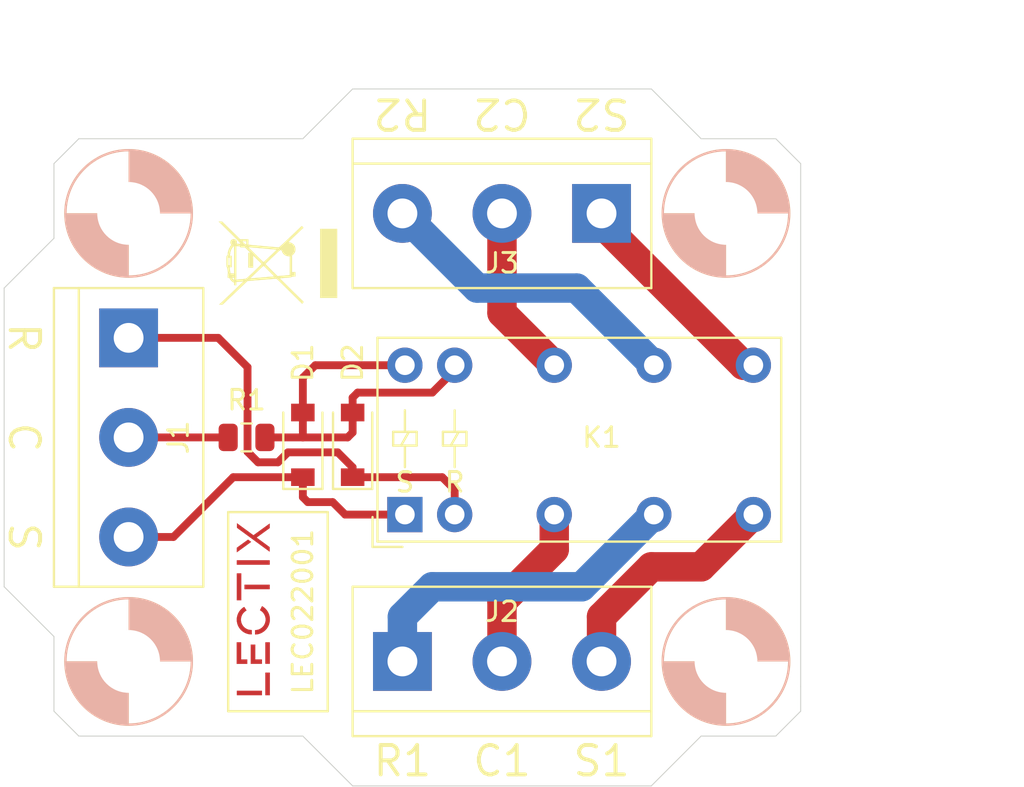
<source format=kicad_pcb>
(kicad_pcb (version 20211014) (generator pcbnew)
  (layers (0 "F.Cu" signal) (31 "B.Cu" signal) (34 "B.Paste" user) (35 "F.Paste" user) (36 "B.SilkS" user "B.Silkscreen") (37 "F.SilkS" user "F.Silkscreen") (38 "B.Mask" user) (39 "F.Mask" user) (44 "Edge.Cuts" user))
  (net 0 "")
  (net 1 "Net-(D1-Pad2)")
  (net 2 "/S")
  (net 3 "/R")
  (net 4 "/C")
  (net 5 "/S1")
  (net 6 "/C1")
  (net 7 "/R1")
  (net 8 "/S2")
  (net 9 "/C2")
  (net 10 "/R2")
  (footprint "Diode_SMD:D_SOD-123" (layer "F.Cu") (at 99.06 82.93 90)
    (fp_text reference "D1" (at 4.19 0 90) (layer "F.SilkS"))
    (fp_text value "1N4148W")
    (fp_line (start -2.25 1) (end 1.65 1) (layer "F.SilkS") (width 0.12))
    (fp_line (start -2.25 -1) (end -2.25 1) (layer "F.SilkS") (width 0.12))
    (fp_line (start -2.25 -1) (end 1.65 -1) (layer "F.SilkS") (width 0.12))
    (pad "1" smd rect locked (at -1.65 0 90) (size 0.9 1.2) (layers "F.Cu" "F.Paste" "F.Mask") (net 2 "/S"))
    (pad "2" smd rect locked (at 1.65 0 90) (size 0.9 1.2) (layers "F.Cu" "F.Paste" "F.Mask") (net 1 "Net-(D1-Pad2)"))
  )
  (footprint "Diode_SMD:D_SOD-123" (layer "F.Cu") (at 101.6 82.93 90)
    (fp_text reference "D2" (at 4.19 0 90) (layer "F.SilkS"))
    (fp_text value "1N4148W")
    (fp_line (start -2.25 1) (end 1.65 1) (layer "F.SilkS") (width 0.12))
    (fp_line (start -2.25 -1) (end 1.65 -1) (layer "F.SilkS") (width 0.12))
    (fp_line (start -2.25 -1) (end -2.25 1) (layer "F.SilkS") (width 0.12))
    (pad "1" smd rect locked (at -1.65 0 90) (size 0.9 1.2) (layers "F.Cu" "F.Paste" "F.Mask") (net 3 "/R"))
    (pad "2" smd rect locked (at 1.65 0 90) (size 0.9 1.2) (layers "F.Cu" "F.Paste" "F.Mask") (net 1 "Net-(D1-Pad2)"))
  )
  (footprint "0_connectors:TerminalBlock_bornier-3_P5.08mm-blue" (layer "F.Cu") (at 109.22 93.98)
    (fp_text reference "J2" (at 0 -2.54) (layer "F.SilkS"))
    (fp_text value "Screw_Terminal_01x03_blue")
    (fp_line (start -7.62 3.81) (end -7.62 -3.81) (layer "F.SilkS") (width 0.12))
    (fp_line (start -7.62 -3.81) (end 7.62 -3.81) (layer "F.SilkS") (width 0.12))
    (fp_line (start 7.62 3.81) (end 7.62 -3.81) (layer "F.SilkS") (width 0.12))
    (fp_line (start -7.62 3.81) (end 7.62 3.81) (layer "F.SilkS") (width 0.12))
    (fp_line (start -7.62 2.54) (end 7.62 2.54) (layer "F.SilkS") (width 0.12))
    (pad "1" thru_hole rect locked (at -5.08 0) (size 3 3) (drill 1.52) (layers *.Cu *.Mask) (net 7 "/R1"))
    (pad "2" thru_hole circle locked (at 0 0) (size 3 3) (drill 1.52) (layers *.Cu *.Mask) (net 6 "/C1"))
    (pad "3" thru_hole circle locked (at 5.08 0) (size 3 3) (drill 1.52) (layers *.Cu *.Mask) (net 5 "/S1"))
  )
  (footprint "0_connectors:TerminalBlock_bornier-3_P5.08mm-blue" (layer "F.Cu") (at 109.22 71.12 180)
    (fp_text reference "J3" (at 0 -2.54) (layer "F.SilkS"))
    (fp_text value "Screw_Terminal_01x03_blue")
    (fp_line (start -7.62 2.54) (end 7.62 2.54) (layer "F.SilkS") (width 0.12))
    (fp_line (start -7.62 3.81) (end 7.62 3.81) (layer "F.SilkS") (width 0.12))
    (fp_line (start -7.62 -3.81) (end 7.62 -3.81) (layer "F.SilkS") (width 0.12))
    (fp_line (start 7.62 3.81) (end 7.62 -3.81) (layer "F.SilkS") (width 0.12))
    (fp_line (start -7.62 3.81) (end -7.62 -3.81) (layer "F.SilkS") (width 0.12))
    (pad "1" thru_hole rect locked (at -5.08 0 180) (size 3 3) (drill 1.52) (layers *.Cu *.Mask) (net 8 "/S2"))
    (pad "2" thru_hole circle locked (at 0 0 180) (size 3 3) (drill 1.52) (layers *.Cu *.Mask) (net 9 "/C2"))
    (pad "3" thru_hole circle locked (at 5.08 0 180) (size 3 3) (drill 1.52) (layers *.Cu *.Mask) (net 10 "/R2"))
  )
  (footprint "0_relays:Relay_DPDT_HFD2-xxx-M-L2" (layer "F.Cu") (at 113.03 82.55)
    (fp_text reference "K1" (at 1.27 0) (layer "F.SilkS"))
    (fp_text value "HFD2-012-M-L2")
    (fp_text user "R" (at -6.223 2.286) (layer "F.SilkS"))
    (fp_text user "S" (at -8.763 2.286) (layer "F.SilkS"))
    (fp_line (start -8.763 -0.283) (end -8.763 -1.383) (layer "F.SilkS") (width 0.12))
    (fp_line (start -10.414 4.064) (end -10.414 5.588) (layer "F.SilkS") (width 0.12))
    (fp_line (start -6.223 0.417) (end -6.223 1.517) (layer "F.SilkS") (width 0.12))
    (fp_line (start -8.163 -0.283) (end -8.163 0.417) (layer "F.SilkS") (width 0.12))
    (fp_line (start -5.623 -0.283) (end -5.623 0.417) (layer "F.SilkS") (width 0.12))
    (fp_line (start -9.363 0.417) (end -9.363 -0.283) (layer "F.SilkS") (width 0.12))
    (fp_line (start -5.623 0.417) (end -6.823 0.417) (layer "F.SilkS") (width 0.12))
    (fp_line (start -6.823 -0.283) (end -5.623 -0.283) (layer "F.SilkS") (width 0.12))
    (fp_line (start -10.163 5.317) (end 10.437 5.317) (layer "F.SilkS") (width 0.12))
    (fp_line (start -6.823 0.417) (end -6.823 -0.283) (layer "F.SilkS") (width 0.12))
    (fp_line (start -9.363 -0.283) (end -8.163 -0.283) (layer "F.SilkS") (width 0.12))
    (fp_line (start -8.563 -0.283) (end -8.963 0.417) (layer "F.SilkS") (width 0.12))
    (fp_line (start -8.763 0.417) (end -8.763 1.517) (layer "F.SilkS") (width 0.12))
    (fp_line (start -6.223 -0.283) (end -6.223 -1.383) (layer "F.SilkS") (width 0.12))
    (fp_line (start -10.414 5.588) (end -8.89 5.588) (layer "F.SilkS") (width 0.12))
    (fp_line (start -10.163 -5.083) (end -10.163 5.317) (layer "F.SilkS") (width 0.12))
    (fp_line (start -6.023 -0.283) (end -6.423 0.417) (layer "F.SilkS") (width 0.12))
    (fp_line (start 10.437 5.317) (end 10.437 -5.083) (layer "F.SilkS") (width 0.12))
    (fp_line (start -8.163 0.417) (end -9.363 0.417) (layer "F.SilkS") (width 0.12))
    (fp_line (start 10.437 -5.083) (end -10.163 -5.083) (layer "F.SilkS") (width 0.12))
    (pad "1" thru_hole rect locked (at -8.763 3.937 90) (size 1.8 1.8) (drill 1) (layers *.Cu *.Mask) (net 2 "/S"))
    (pad "2" thru_hole circle locked (at -6.223 3.937 180) (size 1.8 1.8) (drill 1) (layers *.Cu *.Mask) (net 3 "/R"))
    (pad "4" thru_hole circle locked (at -1.143 3.937 90) (size 1.8 1.8) (drill 1) (layers *.Cu *.Mask) (net 6 "/C1"))
    (pad "6" thru_hole circle locked (at 3.937 3.937 90) (size 1.8 1.8) (drill 1) (layers *.Cu *.Mask) (net 7 "/R1"))
    (pad "8" thru_hole circle locked (at 9.017 3.937) (size 1.8 1.8) (drill 1) (layers *.Cu *.Mask) (net 5 "/S1"))
    (pad "9" thru_hole circle locked (at 9.017 -3.683 90) (size 1.8 1.8) (drill 1) (layers *.Cu *.Mask) (net 8 "/S2"))
    (pad "11" thru_hole circle locked (at 3.937 -3.683 90) (size 1.8 1.8) (drill 1) (layers *.Cu *.Mask) (net 10 "/R2"))
    (pad "13" thru_hole circle locked (at -1.143 -3.683 90) (size 1.8 1.8) (drill 1) (layers *.Cu *.Mask) (net 9 "/C2"))
    (pad "15" thru_hole circle locked (at -6.223 -3.683 180) (size 1.8 1.8) (drill 1) (layers *.Cu *.Mask) (net 1 "Net-(D1-Pad2)"))
    (pad "16" thru_hole circle locked (at -8.763 -3.683 90) (size 1.8 1.8) (drill 1) (layers *.Cu *.Mask) (net 1 "Net-(D1-Pad2)"))
  )
  (footprint "0_connectors:TerminalBlock_bornier-3_P5.08mm-green" (layer "F.Cu") (at 90.17 82.55 -90)
    (fp_text reference "J1" (at 0 -2.54 90) (layer "F.SilkS"))
    (fp_text value "Screw_Terminal_01x03_green")
    (fp_line (start 7.62 3.81) (end 7.62 -3.81) (layer "F.SilkS") (width 0.12))
    (fp_line (start -7.62 3.81) (end -7.62 -3.81) (layer "F.SilkS") (width 0.12))
    (fp_line (start -7.62 3.81) (end 7.62 3.81) (layer "F.SilkS") (width 0.12))
    (fp_line (start -7.62 2.54) (end 7.62 2.54) (layer "F.SilkS") (width 0.12))
    (fp_line (start -7.62 -3.81) (end 7.62 -3.81) (layer "F.SilkS") (width 0.12))
    (pad "1" thru_hole rect locked (at -5.08 0 270) (size 3 3) (drill 1.52) (layers *.Cu *.Mask) (net 3 "/R"))
    (pad "2" thru_hole circle locked (at 0 0 270) (size 3 3) (drill 1.52) (layers *.Cu *.Mask) (net 4 "/C"))
    (pad "3" thru_hole circle locked (at 5.08 0 270) (size 3 3) (drill 1.52) (layers *.Cu *.Mask) (net 2 "/S"))
  )
  (footprint "0_mechanical:MountingHole_3.2mm_M3" (layer "F.Cu") (at 120.65 71.12)
    (fp_text reference "H1" hide)
    (fp_text value "MountingHole" hide)
    (fp_circle (center 0 0) (end 3.224903 0) (layer "B.SilkS") (width 0.12) (fill none))
    (fp_poly (pts (xy 0 3.224903) (xy 0 1.6) (xy -0.1 1.6) (xy -0.5 1.5) (xy -0.9 1.3) (xy -1.3 0.9) (xy -1.5 0.5) (xy -1.6 0.1) (xy -1.6 0) (xy -3.2 0) (xy -3.2 0.5) (xy -3.1 0.9) (xy -2.8 1.6) (xy -2.3 2.3) (xy -1.5 2.9) (xy -0.5 3.2)) (layer "B.SilkS") (width 0.01) (fill solid))
    (fp_poly (pts (xy 0 -3.224903) (xy 0 -1.6) (xy 0.1 -1.6) (xy 0.5 -1.5) (xy 0.9 -1.3) (xy 1.3 -0.9) (xy 1.5 -0.5) (xy 1.6 -0.1) (xy 1.6 0) (xy 3.2 0) (xy 3.2 -0.5) (xy 3.1 -0.9) (xy 2.8 -1.6) (xy 2.3 -2.3) (xy 1.5 -2.9) (xy 0.5 -3.2)) (layer "B.SilkS") (width 0.01) (fill solid))
    (fp_circle (center 0 0) (end 1.6 -2.8) (layer "F.SilkS") (width 0.12) (fill none))
    (fp_poly (pts (xy 0 3.224903) (xy 0 1.6) (xy -0.1 1.6) (xy -0.5 1.5) (xy -0.9 1.3) (xy -1.3 0.9) (xy -1.5 0.5) (xy -1.6 0.1) (xy -1.6 0) (xy -3.2 0) (xy -3.2 0.5) (xy -3.1 0.9) (xy -2.8 1.6) (xy -2.3 2.3) (xy -1.5 2.9) (xy -0.5 3.2)) (layer "F.SilkS") (width 0.01) (fill solid))
    (fp_poly (pts (xy 0 -3.224903) (xy 0 -1.6) (xy 0.1 -1.6) (xy 0.5 -1.5) (xy 0.9 -1.3) (xy 1.3 -0.9) (xy 1.5 -0.5) (xy 1.6 -0.1) (xy 1.6 0) (xy 3.2 0) (xy 3.2 -0.5) (xy 3.1 -0.9) (xy 2.8 -1.6) (xy 2.3 -2.3) (xy 1.5 -2.9) (xy 0.5 -3.2)) (layer "F.SilkS") (width 0.01) (fill solid))
    (pad "" np_thru_hole circle locked (at 0 0) (size 3.2 3.2) (drill 3.2) (layers *.Cu *.Mask))
  )
  (footprint "0_mechanical:MountingHole_3.2mm_M3" (layer "F.Cu") (at 90.17 93.98)
    (fp_text reference "H2" hide)
    (fp_text value "MountingHole" hide)
    (fp_circle (center 0 0) (end 3.224903 0) (layer "B.SilkS") (width 0.12) (fill none))
    (fp_poly (pts (xy 0 -3.224903) (xy 0 -1.6) (xy 0.1 -1.6) (xy 0.5 -1.5) (xy 0.9 -1.3) (xy 1.3 -0.9) (xy 1.5 -0.5) (xy 1.6 -0.1) (xy 1.6 0) (xy 3.2 0) (xy 3.2 -0.5) (xy 3.1 -0.9) (xy 2.8 -1.6) (xy 2.3 -2.3) (xy 1.5 -2.9) (xy 0.5 -3.2)) (layer "B.SilkS") (width 0.01) (fill solid))
    (fp_poly (pts (xy 0 3.224903) (xy 0 1.6) (xy -0.1 1.6) (xy -0.5 1.5) (xy -0.9 1.3) (xy -1.3 0.9) (xy -1.5 0.5) (xy -1.6 0.1) (xy -1.6 0) (xy -3.2 0) (xy -3.2 0.5) (xy -3.1 0.9) (xy -2.8 1.6) (xy -2.3 2.3) (xy -1.5 2.9) (xy -0.5 3.2)) (layer "B.SilkS") (width 0.01) (fill solid))
    (fp_circle (center 0 0) (end 1.6 -2.8) (layer "F.SilkS") (width 0.12) (fill none))
    (fp_poly (pts (xy 0 3.224903) (xy 0 1.6) (xy -0.1 1.6) (xy -0.5 1.5) (xy -0.9 1.3) (xy -1.3 0.9) (xy -1.5 0.5) (xy -1.6 0.1) (xy -1.6 0) (xy -3.2 0) (xy -3.2 0.5) (xy -3.1 0.9) (xy -2.8 1.6) (xy -2.3 2.3) (xy -1.5 2.9) (xy -0.5 3.2)) (layer "F.SilkS") (width 0.01) (fill solid))
    (fp_poly (pts (xy 0 -3.224903) (xy 0 -1.6) (xy 0.1 -1.6) (xy 0.5 -1.5) (xy 0.9 -1.3) (xy 1.3 -0.9) (xy 1.5 -0.5) (xy 1.6 -0.1) (xy 1.6 0) (xy 3.2 0) (xy 3.2 -0.5) (xy 3.1 -0.9) (xy 2.8 -1.6) (xy 2.3 -2.3) (xy 1.5 -2.9) (xy 0.5 -3.2)) (layer "F.SilkS") (width 0.01) (fill solid))
    (pad "" np_thru_hole circle locked (at 0 0) (size 3.2 3.2) (drill 3.2) (layers *.Cu *.Mask))
  )
  (footprint "0_mechanical:MountingHole_3.2mm_M3" (layer "F.Cu") (at 120.65 93.98)
    (fp_text reference "H3" hide)
    (fp_text value "MountingHole" hide)
    (fp_circle (center 0 0) (end 3.224903 0) (layer "B.SilkS") (width 0.12) (fill none))
    (fp_poly (pts (xy 0 3.224903) (xy 0 1.6) (xy -0.1 1.6) (xy -0.5 1.5) (xy -0.9 1.3) (xy -1.3 0.9) (xy -1.5 0.5) (xy -1.6 0.1) (xy -1.6 0) (xy -3.2 0) (xy -3.2 0.5) (xy -3.1 0.9) (xy -2.8 1.6) (xy -2.3 2.3) (xy -1.5 2.9) (xy -0.5 3.2)) (layer "B.SilkS") (width 0.01) (fill solid))
    (fp_poly (pts (xy 0 -3.224903) (xy 0 -1.6) (xy 0.1 -1.6) (xy 0.5 -1.5) (xy 0.9 -1.3) (xy 1.3 -0.9) (xy 1.5 -0.5) (xy 1.6 -0.1) (xy 1.6 0) (xy 3.2 0) (xy 3.2 -0.5) (xy 3.1 -0.9) (xy 2.8 -1.6) (xy 2.3 -2.3) (xy 1.5 -2.9) (xy 0.5 -3.2)) (layer "B.SilkS") (width 0.01) (fill solid))
    (fp_circle (center 0 0) (end 1.6 -2.8) (layer "F.SilkS") (width 0.12) (fill none))
    (fp_poly (pts (xy 0 3.224903) (xy 0 1.6) (xy -0.1 1.6) (xy -0.5 1.5) (xy -0.9 1.3) (xy -1.3 0.9) (xy -1.5 0.5) (xy -1.6 0.1) (xy -1.6 0) (xy -3.2 0) (xy -3.2 0.5) (xy -3.1 0.9) (xy -2.8 1.6) (xy -2.3 2.3) (xy -1.5 2.9) (xy -0.5 3.2)) (layer "F.SilkS") (width 0.01) (fill solid))
    (fp_poly (pts (xy 0 -3.224903) (xy 0 -1.6) (xy 0.1 -1.6) (xy 0.5 -1.5) (xy 0.9 -1.3) (xy 1.3 -0.9) (xy 1.5 -0.5) (xy 1.6 -0.1) (xy 1.6 0) (xy 3.2 0) (xy 3.2 -0.5) (xy 3.1 -0.9) (xy 2.8 -1.6) (xy 2.3 -2.3) (xy 1.5 -2.9) (xy 0.5 -3.2)) (layer "F.SilkS") (width 0.01) (fill solid))
    (pad "" np_thru_hole circle locked (at 0 0) (size 3.2 3.2) (drill 3.2) (layers *.Cu *.Mask))
  )
  (footprint "0_mechanical:MountingHole_3.2mm_M3" (layer "F.Cu") (at 90.17 71.12)
    (fp_text reference "H4" hide)
    (fp_text value "MountingHole" hide)
    (fp_circle (center 0 0) (end 3.224903 0) (layer "B.SilkS") (width 0.12) (fill none))
    (fp_poly (pts (xy 0 -3.224903) (xy 0 -1.6) (xy 0.1 -1.6) (xy 0.5 -1.5) (xy 0.9 -1.3) (xy 1.3 -0.9) (xy 1.5 -0.5) (xy 1.6 -0.1) (xy 1.6 0) (xy 3.2 0) (xy 3.2 -0.5) (xy 3.1 -0.9) (xy 2.8 -1.6) (xy 2.3 -2.3) (xy 1.5 -2.9) (xy 0.5 -3.2)) (layer "B.SilkS") (width 0.01) (fill solid))
    (fp_poly (pts (xy 0 3.224903) (xy 0 1.6) (xy -0.1 1.6) (xy -0.5 1.5) (xy -0.9 1.3) (xy -1.3 0.9) (xy -1.5 0.5) (xy -1.6 0.1) (xy -1.6 0) (xy -3.2 0) (xy -3.2 0.5) (xy -3.1 0.9) (xy -2.8 1.6) (xy -2.3 2.3) (xy -1.5 2.9) (xy -0.5 3.2)) (layer "B.SilkS") (width 0.01) (fill solid))
    (fp_circle (center 0 0) (end 1.6 -2.8) (layer "F.SilkS") (width 0.12) (fill none))
    (fp_poly (pts (xy 0 3.224903) (xy 0 1.6) (xy -0.1 1.6) (xy -0.5 1.5) (xy -0.9 1.3) (xy -1.3 0.9) (xy -1.5 0.5) (xy -1.6 0.1) (xy -1.6 0) (xy -3.2 0) (xy -3.2 0.5) (xy -3.1 0.9) (xy -2.8 1.6) (xy -2.3 2.3) (xy -1.5 2.9) (xy -0.5 3.2)) (layer "F.SilkS") (width 0.01) (fill solid))
    (fp_poly (pts (xy 0 -3.224903) (xy 0 -1.6) (xy 0.1 -1.6) (xy 0.5 -1.5) (xy 0.9 -1.3) (xy 1.3 -0.9) (xy 1.5 -0.5) (xy 1.6 -0.1) (xy 1.6 0) (xy 3.2 0) (xy 3.2 -0.5) (xy 3.1 -0.9) (xy 2.8 -1.6) (xy 2.3 -2.3) (xy 1.5 -2.9) (xy 0.5 -3.2)) (layer "F.SilkS") (width 0.01) (fill solid))
    (pad "" np_thru_hole circle locked (at 0 0) (size 3.2 3.2) (drill 3.2) (layers *.Cu *.Mask))
  )
  (footprint "0_logos:Logo_10mm" (layer "F.Cu") (at 96.52 91.44 90)
    (fp_text reference "LOGO1" hide)
    (fp_text value "logo_lectix_25mm" hide)
    (fp_poly (pts (xy -1.56718 -0.61214) (xy -2.44094 -0.61214) (xy -2.44094 -0.29972) (xy -2.66446 -0.29972) (xy -2.66446 -0.83312) (xy -1.56718 -0.83312) (xy -1.56718 -0.61214)) (layer "F.Cu") (width 0.01) (fill solid))
    (fp_poly (pts (xy 3.260968 -0.8255) (xy 3.466269 -0.542956) (xy 3.490799 -0.509165) (xy 3.514493 -0.476463) (xy 3.53718 -0.445091) (xy 3.558689 -0.415286) (xy 3.578848 -0.387289) (xy 3.597487 -0.361337) (xy 3.614435 -0.337671) (xy 3.62952 -0.31653) (xy 3.642571 -0.298152) (xy 3.653418 -0.282777) (xy 3.661889 -0.270644) (xy 3.667814 -0.261991) (xy 3.671021 -0.257058) (xy 3.67157 -0.255979) (xy 3.670129 -0.252999) (xy 3.666077 -0.246561) (xy 3.659817 -0.237221) (xy 3.651755 -0.225539) (xy 3.642293 -0.212072) (xy 3.631838 -0.197378) (xy 3.620793 -0.182016) (xy 3.609562 -0.166543) (xy 3.598551 -0.151517) (xy 3.588162 -0.137496) (xy 3.578801 -0.125038) (xy 3.570872 -0.114702) (xy 3.564779 -0.107045) (xy 3.560927 -0.102625) (xy 3.55981 -0.101753) (xy 3.558071 -0.103777) (xy 3.553504 -0.109705) (xy 3.546264 -0.119329) (xy 3.536502 -0.132439) (xy 3.524373 -0.148826) (xy 3.510029 -0.168281) (xy 3.493625 -0.190595) (xy 3.475313 -0.215558) (xy 3.455247 -0.242963) (xy 3.433579 -0.272598) (xy 3.410465 -0.304257) (xy 3.386056 -0.337728) (xy 3.360506 -0.372804) (xy 3.333968 -0.409276) (xy 3.306596 -0.446933) (xy 3.29819 -0.458507) (xy 3.270558 -0.496555) (xy 3.243707 -0.533532) (xy 3.217789 -0.569228) (xy 3.19296 -0.603428) (xy 3.169374 -0.635919) (xy 3.147186 -0.666489) (xy 3.126549 -0.694925) (xy 3.107618 -0.721015) (xy 3.090548 -0.744544) (xy 3.075493 -0.765301) (xy 3.062608 -0.783073) (xy 3.052047 -0.797646) (xy 3.043964 -0.808808) (xy 3.038514 -0.816346) (xy 3.035851 -0.820048) (xy 3.035625 -0.82037) (xy 3.034877 -0.821583) (xy 3.034715 -0.822588) (xy 3.035563 -0.823405) (xy 3.037844 -0.824053) (xy 3.041981 -0.824551) (xy 3.048399 -0.824919) (xy 3.057522 -0.825177) (xy 3.069772 -0.825345) (xy 3.085573 -0.825441) (xy 3.105349 -0.825486) (xy 3.129525 -0.8255) (xy 3.146554 -0.825501) (xy 3.260968 -0.8255)) (layer "F.Cu") (width 0.01) (fill solid))
    (fp_poly (pts (xy 2.61874 0.84582) (xy 2.39776 0.84582) (xy 2.39776 -0.8255) (xy 2.61874 -0.8255) (xy 2.61874 0.84582)) (layer "F.Cu") (width 0.01) (fill solid))
    (fp_poly (pts (xy -1.68148 0.10922) (xy -2.44094 0.10922) (xy -2.44094 0.45212) (xy -2.66192 0.45212) (xy -2.66192 -0.1143) (xy -1.68148 -0.1143) (xy -1.68148 0.10922)) (layer "F.Cu") (width 0.01) (fill solid))
    (fp_poly (pts (xy -4.0386 0.45212) (xy -4.25958 0.45212) (xy -4.25958 -0.82296) (xy -4.0386 -0.82296) (xy -4.0386 0.45212)) (layer "F.Cu") (width 0.01) (fill solid))
    (fp_poly (pts (xy 4.376304 -0.819908) (xy 4.39485 -0.819812) (xy 4.508296 -0.81915) (xy 4.202148 -0.400817) (xy 4.172064 -0.359702) (xy 4.142787 -0.319675) (xy 4.114458 -0.280931) (xy 4.087217 -0.243662) (xy 4.061206 -0.20806) (xy 4.036566 -0.17432) (xy 4.013436 -0.142634) (xy 3.991957 -0.113194) (xy 3.972271 -0.086194) (xy 3.954518 -0.061828) (xy 3.938839 -0.040287) (xy 3.925374 -0.021764) (xy 3.914265 -0.006454) (xy 3.905651 0.005452) (xy 3.899674 0.01376) (xy 3.896474 0.018277) (xy 3.895946 0.019087) (xy 3.897407 0.021269) (xy 3.901707 0.02737) (xy 3.908703 0.037192) (xy 3.918256 0.050541) (xy 3.930224 0.06722) (xy 3.944465 0.087032) (xy 3.960838 0.109783) (xy 3.979202 0.135275) (xy 3.999416 0.163314) (xy 4.021337 0.193701) (xy 4.044825 0.226243) (xy 4.069739 0.260742) (xy 4.095938 0.297003) (xy 4.123279 0.334829) (xy 4.151622 0.374025) (xy 4.180825 0.414395) (xy 4.192671 0.430766) (xy 4.22219 0.471564) (xy 4.250913 0.511274) (xy 4.278699 0.549701) (xy 4.305405 0.586647) (xy 4.330889 0.621916) (xy 4.35501 0.65531) (xy 4.377626 0.686635) (xy 4.398595 0.715692) (xy 4.417775 0.742285) (xy 4.435025 0.766218) (xy 4.450202 0.787293) (xy 4.463164 0.805315) (xy 4.47377 0.820086) (xy 4.481878 0.831411) (xy 4.487346 0.839091) (xy 4.490033 0.842932) (xy 4.490296 0.843347) (xy 4.488016 0.843981) (xy 4.480822 0.844522) (xy 4.468878 0.844969) (xy 4.452349 0.845317) (xy 4.4314 0.845563) (xy 4.406196 0.845703) (xy 4.377266 0.845734) (xy 4.26339 0.845649) (xy 4.02209 0.51178) (xy 3.995526 0.475037) (xy 3.969765 0.439426) (xy 3.944965 0.405163) (xy 3.921283 0.372466) (xy 3.898876 0.34155) (xy 3.877902 0.312632) (xy 3.858517 0.285929) (xy 3.84088 0.261658) (xy 3.825147 0.240034) (xy 3.811475 0.221274) (xy 3.800023 0.205596) (xy 3.790948 0.193215) (xy 3.784406 0.184347) (xy 3.780556 0.179211) (xy 3.77952 0.177933) (xy 3.777906 0.17995) (xy 3.773455 0.185854) (xy 3.766324 0.195427) (xy 3.756674 0.208455) (xy 3.744661 0.224722) (xy 3.730447 0.24401) (xy 3.714188 0.266106) (xy 3.696044 0.290791) (xy 3.676173 0.317851) (xy 3.654734 0.34707) (xy 3.631887 0.378231) (xy 3.607789 0.411119) (xy 3.5826 0.445518) (xy 3.556477 0.481211) (xy 3.53568 0.509644) (xy 3.508925 0.546214) (xy 3.482965 0.581667) (xy 3.457961 0.615786) (xy 3.434072 0.648355) (xy 3.411458 0.679156) (xy 3.390279 0.707973) (xy 3.370693 0.734589) (xy 3.352863 0.758787) (xy 3.336946 0.78035) (xy 3.323102 0.799061) (xy 3.311493 0.814704) (xy 3.302276 0.827061) (xy 3.295613 0.835916) (xy 3.291662 0.841051) (xy 3.29057 0.842335) (xy 3.287574 0.842529) (xy 3.280025 0.84268) (xy 3.26845 0.842789) (xy 3.253375 0.842853) (xy 3.235327 0.84287) (xy 3.214833 0.842839) (xy 3.192419 0.842759) (xy 3.175648 0.842672) (xy 3.063267 0.84201) (xy 3.669225 0.01397) (xy 3.711717 -0.044093) (xy 3.753457 -0.101122) (xy 3.794343 -0.156981) (xy 3.834276 -0.211531) (xy 3.873154 -0.264637) (xy 3.910878 -0.316161) (xy 3.947347 -0.365964) (xy 3.982459 -0.413911) (xy 4.016115 -0.459864) (xy 4.048214 -0.503686) (xy 4.078655 -0.545239) (xy 4.107338 -0.584386) (xy 4.134162 -0.620989) (xy 4.159027 -0.654913) (xy 4.181832 -0.686019) (xy 4.202477 -0.714169) (xy 4.22086 -0.739228) (xy 4.236882 -0.761057) (xy 4.250441 -0.779519) (xy 4.261437 -0.794478) (xy 4.269771 -0.805795) (xy 4.27534 -0.813333) (xy 4.278045 -0.816956) (xy 4.278294 -0.817272) (xy 4.280129 -0.818064) (xy 4.284193 -0.818708) (xy 4.29086 -0.819211) (xy 4.300504 -0.819582) (xy 4.313497 -0.819829) (xy 4.330212 -0.819961) (xy 4.351024 -0.819984) (xy 4.376304 -0.819908)) (layer "F.Cu") (width 0.01) (fill solid))
    (fp_poly (pts (xy -0.941598 0.135255) (xy -0.93688 0.184642) (xy -0.927286 0.233391) (xy -0.913012 0.281126) (xy -0.894257 0.327472) (xy -0.871216 0.372055) (xy -0.844087 0.4145) (xy -0.813067 0.454432) (xy -0.778352 0.491476) (xy -0.74014 0.525258) (xy -0.73406 0.530066) (xy -0.693962 0.558193) (xy -0.650655 0.582754) (xy -0.604786 0.603491) (xy -0.557001 0.620147) (xy -0.507946 0.632466) (xy -0.458267 0.640191) (xy -0.456939 0.640331) (xy -0.435583 0.641812) (xy -0.410988 0.642277) (xy -0.38483 0.641784) (xy -0.358784 0.640393) (xy -0.334525 0.638161) (xy -0.31496 0.635369) (xy -0.26458 0.623968) (xy -0.215829 0.608011) (xy -0.169027 0.587722) (xy -0.124494 0.563326) (xy -0.082553 0.53505) (xy -0.043523 0.503119) (xy -0.007725 0.467757) (xy 0.024521 0.429189) (xy 0.052893 0.387642) (xy 0.063459 0.36957) (xy 0.067764 0.361866) (xy 0.070977 0.356162) (xy 0.072419 0.35366) (xy 0.072428 0.353648) (xy 0.074718 0.354589) (xy 0.080966 0.357586) (xy 0.090622 0.362356) (xy 0.103134 0.368617) (xy 0.11795 0.376087) (xy 0.134518 0.384484) (xy 0.152288 0.393526) (xy 0.170709 0.40293) (xy 0.189227 0.412414) (xy 0.207292 0.421697) (xy 0.224353 0.430496) (xy 0.239857 0.43853) (xy 0.253254 0.445515) (xy 0.263992 0.45117) (xy 0.271519 0.455212) (xy 0.275284 0.45736) (xy 0.275579 0.457574) (xy 0.276342 0.459476) (xy 0.27565 0.462864) (xy 0.273236 0.468246) (xy 0.268829 0.47613) (xy 0.262161 0.487022) (xy 0.252963 0.501432) (xy 0.249532 0.50673) (xy 0.213745 0.557247) (xy 0.174233 0.604456) (xy 0.131253 0.648181) (xy 0.085061 0.688245) (xy 0.035915 0.724473) (xy -0.015929 0.75669) (xy -0.070214 0.784719) (xy -0.126683 0.808386) (xy -0.185078 0.827513) (xy -0.238614 0.840608) (xy -0.259549 0.844715) (xy -0.278693 0.847937) (xy -0.297214 0.850387) (xy -0.316279 0.852177) (xy -0.337056 0.853419) (xy -0.360714 0.854226) (xy -0.38481 0.854665) (xy -0.403035 0.85486) (xy -0.419929 0.85496) (xy -0.434719 0.854966) (xy -0.446633 0.85488) (xy -0.454897 0.854704) (xy -0.45847 0.854485) (xy -0.464358 0.853741) (xy -0.47369 0.85263) (xy -0.484862 0.851341) (xy -0.49022 0.850735) (xy -0.545997 0.842047) (xy -0.601993 0.828574) (xy -0.657599 0.810545) (xy -0.712206 0.788188) (xy -0.765203 0.761731) (xy -0.815981 0.731401) (xy -0.82423 0.725955) (xy -0.854202 0.705098) (xy -0.880956 0.684653) (xy -0.906058 0.663317) (xy -0.931073 0.63979) (xy -0.946282 0.624501) (xy -0.98848 0.577656) (xy -1.026384 0.528179) (xy -1.059914 0.476236) (xy -1.088986 0.421994) (xy -1.113518 0.365618) (xy -1.133426 0.307274) (xy -1.148629 0.247129) (xy -1.156813 0.201477) (xy -1.15802 0.192261) (xy -1.159423 0.17981) (xy -1.160913 0.165307) (xy -1.162382 0.149937) (xy -1.163719 0.134885) (xy -1.164815 0.121334) (xy -1.165562 0.11047) (xy -1.16585 0.103505) (xy -1.163398 0.103107) (xy -1.156379 0.102738) (xy -1.145308 0.102405) (xy -1.130696 0.102119) (xy -1.113059 0.101886) (xy -1.092909 0.101717) (xy -1.070759 0.10162) (xy -1.054481 0.1016) (xy -0.943101 0.1016) (xy -0.941598 0.135255)) (layer "F.Cu") (width 0.01) (fill solid))
    (fp_poly (pts (xy 1.3716 0.84582) (xy 1.15062 0.84582) (xy 1.15062 -0.43688) (xy 1.3716 -0.43688) (xy 1.3716 0.84582)) (layer "F.Cu") (width 0.01) (fill solid))
    (fp_poly (pts (xy -1.56718 0.85344) (xy -2.65938 0.85344) (xy -2.65938 0.62992) (xy -1.56718 0.62992) (xy -1.56718 0.85344)) (layer "F.Cu") (width 0.01) (fill solid))
    (fp_poly (pts (xy -0.373791 -0.828885) (xy -0.352051 -0.828102) (xy -0.333524 -0.826865) (xy -0.32512 -0.825987) (xy -0.263464 -0.815889) (xy -0.203518 -0.801142) (xy -0.145498 -0.78188) (xy -0.08962 -0.75824) (xy -0.036099 -0.730358) (xy 0.01485 -0.698368) (xy 0.063012 -0.662408) (xy 0.108171 -0.622612) (xy 0.150111 -0.579116) (xy 0.188617 -0.532056) (xy 0.223475 -0.481567) (xy 0.224753 -0.479538) (xy 0.23095 -0.469396) (xy 0.235873 -0.460824) (xy 0.239032 -0.454716) (xy 0.239933 -0.451966) (xy 0.239927 -0.451954) (xy 0.237616 -0.450206) (xy 0.231584 -0.446064) (xy 0.222376 -0.439884) (xy 0.210541 -0.432024) (xy 0.196627 -0.422841) (xy 0.181181 -0.412692) (xy 0.16475 -0.401934) (xy 0.147883 -0.390925) (xy 0.131127 -0.380021) (xy 0.115029 -0.369581) (xy 0.100138 -0.359961) (xy 0.087 -0.351518) (xy 0.076165 -0.34461) (xy 0.068178 -0.339593) (xy 0.063588 -0.336826) (xy 0.062794 -0.336416) (xy 0.059968 -0.337282) (xy 0.055905 -0.341905) (xy 0.050305 -0.350661) (xy 0.047184 -0.356086) (xy 0.030089 -0.383572) (xy 0.009427 -0.411998) (xy -0.013771 -0.440148) (xy -0.038472 -0.466803) (xy -0.063644 -0.490746) (xy -0.07552 -0.50086) (xy -0.116154 -0.530828) (xy -0.159753 -0.556873) (xy -0.205804 -0.578774) (xy -0.253792 -0.59631) (xy -0.303203 -0.60926) (xy -0.343548 -0.616187) (xy -0.365054 -0.618232) (xy -0.389779 -0.619278) (xy -0.41624 -0.619363) (xy -0.442955 -0.61852) (xy -0.468443 -0.616786) (xy -0.491221 -0.614196) (xy -0.502174 -0.612397) (xy -0.552714 -0.600392) (xy -0.601225 -0.583901) (xy -0.647466 -0.563143) (xy -0.691196 -0.538334) (xy -0.732174 -0.509692) (xy -0.770159 -0.477434) (xy -0.80491 -0.441777) (xy -0.836186 -0.402938) (xy -0.863748 -0.361136) (xy -0.887352 -0.316587) (xy -0.90676 -0.269508) (xy -0.916801 -0.238379) (xy -0.927444 -0.193948) (xy -0.934072 -0.147895) (xy -0.936568 -0.109855) (xy -0.937972 -0.06858) (xy -1.158969 -0.06858) (xy -1.157493 -0.113665) (xy -1.153049 -0.173235) (xy -1.143761 -0.231781) (xy -1.129804 -0.289055) (xy -1.111357 -0.344808) (xy -1.088595 -0.398794) (xy -1.061694 -0.450761) (xy -1.030832 -0.500463) (xy -0.996184 -0.547651) (xy -0.957927 -0.592077) (xy -0.916238 -0.63349) (xy -0.871292 -0.671645) (xy -0.823267 -0.706291) (xy -0.772339 -0.73718) (xy -0.718684 -0.764064) (xy -0.6858 -0.777954) (xy -0.632923 -0.796535) (xy -0.578211 -0.811237) (xy -0.520795 -0.822284) (xy -0.50546 -0.824566) (xy -0.489281 -0.826312) (xy -0.469218 -0.827661) (xy -0.446456 -0.828601) (xy -0.422175 -0.829125) (xy -0.397559 -0.829223) (xy -0.373791 -0.828885)) (layer "F.Cu") (width 0.01) (fill solid))
    (fp_poly (pts (xy 1.95072 -0.60452) (xy 0.58166 -0.60452) (xy 0.58166 -0.8255) (xy 1.95072 -0.8255) (xy 1.95072 -0.60452)) (layer "F.Cu") (width 0.01) (fill solid))
    (fp_poly (pts (xy -3.1115 0.85344) (xy -4.25958 0.85344) (xy -4.25958 0.62992) (xy -3.1115 0.62992) (xy -3.1115 0.85344)) (layer "F.Cu") (width 0.01) (fill solid))
  )
  (footprint "Symbol:WEEE-Logo_4.2x6mm_SilkScreen" (layer "F.Cu") (at 97.79 73.66 90)
    (fp_text reference "REF**" hide)
    (fp_text value "WEEE-Logo_4.2x6mm_SilkScreen" hide)
    (fp_poly (pts (xy 2.12443 -2.935152) (xy 2.123811 -2.848069) (xy 1.672086 -2.389109) (xy 1.220361 -1.930148) (xy 1.220032 -1.719529) (xy 1.219703 -1.508911) (xy 0.94461 -1.508911) (xy 0.937522 -1.45547) (xy 0.934838 -1.431112) (xy 0.930313 -1.385241) (xy 0.924191 -1.320595) (xy 0.916712 -1.239909) (xy 0.908119 -1.145919) (xy 0.898654 -1.041363) (xy 0.888558 -0.928975) (xy 0.878074 -0.811493) (xy 0.867444 -0.691652) (xy 0.856909 -0.572189) (xy 0.846713 -0.455841) (xy 0.837095 -0.345343) (xy 0.8283 -0.243431) (xy 0.820568 -0.152842) (xy 0.814142 -0.076313) (xy 0.809263 -0.016579) (xy 0.806175 0.023624) (xy 0.805117 0.041559) (xy 0.805118 0.041644) (xy 0.812827 0.056035) (xy 0.835981 0.085748) (xy 0.874895 0.131131) (xy 0.929884 0.192529) (xy 1.001264 0.270288) (xy 1.089349 0.364754) (xy 1.194454 0.476272) (xy 1.316895 0.605188) (xy 1.35131 0.641287) (xy 1.897137 1.213416) (xy 1.808881 1.301436) (xy 1.737485 1.223758) (xy 1.711366 1.195686) (xy 1.670566 1.152274) (xy 1.617777 1.096366) (xy 1.555691 1.030808) (xy 1.487 0.958441) (xy 1.414396 0.882112) (xy 1.37096 0.836524) (xy 1.289416 0.751119) (xy 1.223504 0.68271) (xy 1.171544 0.630053) (xy 1.131855 0.591905) (xy 1.102757 0.56702) (xy 1.082569 0.554156) (xy 1.06961 0.552068) (xy 1.0622 0.559513) (xy 1.058658 0.575246) (xy 1.057303 0.598023) (xy 1.057121 0.604239) (xy 1.047703 0.647061) (xy 1.024497 0.698819) (xy 0.992136 0.751328) (xy 0.955252 0.796403) (xy 0.940493 0.810328) (xy 0.864767 0.859047) (xy 0.776308 0.886306) (xy 0.6981 0.892773) (xy 0.609468 0.880576) (xy 0.527612 0.844813) (xy 0.455164 0.786722) (xy 0.441797 0.772262) (xy 0.392918 0.716733) (xy -0.452674 0.716733) (xy -0.452674 0.892773) (xy -0.67901 0.892773) (xy -0.67901 0.810531) (xy -0.68185 0.754386) (xy -0.691393 0.715416) (xy -0.702991 0.694219) (xy -0.711277 0.679052) (xy -0.718373 0.657062) (xy -0.724748 0.624987) (xy -0.730872 0.579569) (xy -0.737216 0.517548) (xy -0.74425 0.435662) (xy -0.749066 0.374746) (xy -0.771161 0.089343) (xy -1.313565 0.638805) (xy -1.411637 0.738228) (xy -1.505784 0.833815) (xy -1.594285 0.92381) (xy -1.67542 1.006457) (xy -1.747469 1.080001) (xy -1.808712 1.142684) (xy -1.857427 1.192752) (xy -1.891896 1.228448) (xy -1.910379 1.247995) (xy -1.940743 1.278944) (xy -1.966071 1.30053) (xy -1.979695 1.307723) (xy -1.997095 1.299297) (xy -2.02246 1.278245) (xy -2.031058 1.269671) (xy -2.067514 1.23162) (xy -1.866802 1.027658) (xy -1.815596 0.975699) (xy -1.749569 0.90882) (xy -1.671618 0.82995) (xy -1.584638 0.742014) (xy -1.491526 0.647941) (xy -1.395179 0.550658) (xy -1.298492 0.453093) (xy -1.229134 0.383145) (xy -1.123703 0.27655) (xy -1.035129 0.186307) (xy -0.962281 0.111192) (xy -0.904023 0.049986) (xy -0.859225 0.001466) (xy -0.837021 -0.023871) (xy -0.658724 -0.023871) (xy -0.636401 0.261555) (xy -0.629669 0.345219) (xy -0.623157 0.421727) (xy -0.617234 0.487081) (xy -0.612268 0.537281) (xy -0.608629 0.568329) (xy -0.607458 0.575273) (xy -0.600838 0.603565) (xy 0.348636 0.603565) (xy 0.354974 0.524606) (xy 0.37411 0.431315) (xy 0.414154 0.348791) (xy 0.472582 0.280038) (xy 0.546871 0.228063) (xy 0.630252 0.196863) (xy 0.657302 0.182228) (xy 0.670844 0.150819) (xy 0.671128 0.149434) (xy 0.672753 0.136174) (xy 0.670744 0.122595) (xy 0.663142 0.106181) (xy 0.647984 0.084411) (xy 0.623312 0.054767) (xy 0.587164 0.014732) (xy 0.53758 -0.038215) (xy 0.472599 -0.106591) (xy 0.468401 -0.110995) (xy 0.398507 -0.184389) (xy 0.3242 -0.262563) (xy 0.250586 -0.340136) (xy 0.182771 -0.411725) (xy 0.12586 -0.471949) (xy 0.113168 -0.485413) (xy 0.064513 -0.53618) (xy 0.021291 -0.579625) (xy -0.013395 -0.612759) (xy -0.036444 -0.632595) (xy -0.044182 -0.636954) (xy -0.055722 -0.62783) (xy -0.08271 -0.6028) (xy -0.123021 -0.563948) (xy -0.174529 -0.513357) (xy -0.235109 -0.453112) (xy -0.302636 -0.385296) (xy -0.357826 -0.329435) (xy -0.658724 -0.023871) (xy -0.837021 -0.023871) (xy -0.826751 -0.035589) (xy -0.805471 -0.062401) (xy -0.794251 -0.080192) (xy -0.791754 -0.08843) (xy -0.7927 -0.10641) (xy -0.795573 -0.147108) (xy -0.800187 -0.208181) (xy -0.806358 -0.287287) (xy -0.813898 -0.382086) (xy -0.822621 -0.490233) (xy -0.832343 -0.609388) (xy -0.842876 -0.737209) (xy -0.851365 -0.839365) (xy -0.899396 -1.415326) (xy -0.775805 -1.415326) (xy -0.775273 -1.402896) (xy -0.772769 -1.36789) (xy -0.768496 -1.312785) (xy -0.762653 -1.240057) (xy -0.755443 -1.152186) (xy -0.747066 -1.051649) (xy -0.737723 -0.940923) (xy -0.728758 -0.835795) (xy -0.718602 -0.716517) (xy -0.709142 -0.60392) (xy -0.700596 -0.500695) (xy -0.693179 -0.409527) (xy -0.687108 -0.333105) (xy -0.682601 -0.274117) (xy -0.679873 -0.235251) (xy -0.679116 -0.220156) (xy -0.677935 -0.210762) (xy -0.673256 -0.207034) (xy -0.663276 -0.210529) (xy -0.64619 -0.222801) (xy -0.620196 -0.245406) (xy -0.58349 -0.2799) (xy -0.534267 -0.327838) (xy -0.470726 -0.390776) (xy -0.403305 -0.458032) (xy -0.127601 -0.733523) (xy -0.129533 -0.735594) (xy 0.05271 -0.735594) (xy 0.061016 -0.72422) (xy 0.084267 -0.697437) (xy 0.120135 -0.657708) (xy 0.166287 -0.607493) (xy 0.220394 -0.549254) (xy 0.280126 -0.485453) (xy 0.343152 -0.418551) (xy 0.407142 -0.35101) (xy 0.469764 -0.28529) (xy 0.52869 -0.223854) (xy 0.581588 -0.169163) (xy 0.626128 -0.123678) (xy 0.65998 -0.089862) (xy 0.680812 -0.070174) (xy 0.686494 -0.066163) (xy 0.688366 -0.079109) (xy 0.692254 -0.114866) (xy 0.697943 -0.171196) (xy 0.705219 -0.24586) (xy 0.713869 -0.33662) (xy 0.723678 -0.441238) (xy 0.734434 -0.557474) (xy 0.745921 -0.683092) (xy 0.755093 -0.784382) (xy 0.766826 -0.915721) (xy 0.777665 -1.039448) (xy 0.78743 -1.153319) (xy 0.795937 -1.255089) (xy 0.803005 -1.342513) (xy 0.808451 -1.413347) (xy 0.812092 -1.465347) (xy 0.813747 -1.496268) (xy 0.813558 -1.504297) (xy 0.803666 -1.497146) (xy 0.778476 -1.474159) (xy 0.74019 -1.437561) (xy 0.691011 -1.389578) (xy 0.633139 -1.332434) (xy 0.568778 -1.268353) (xy 0.500129 -1.199562) (xy 0.429395 -1.128284) (xy 0.358778 -1.056745) (xy 0.29048 -0.98717) (xy 0.226704 -0.921783) (xy 0.16965 -0.862809) (xy 0.121522 -0.812473) (xy 0.084522 -0.773001) (xy 0.060852 -0.746617) (xy 0.05271 -0.735594) (xy -0.129533 -0.735594) (xy -0.230409 -0.843705) (xy -0.282768 -0.899623) (xy -0.341535 -0.962052) (xy -0.404385 -1.028557) (xy -0.468995 -1.096702) (xy -0.533042 -1.164052) (xy -0.594203 -1.228172) (xy -0.650153 -1.286628) (xy -0.69857 -1.336982) (xy -0.73713 -1.376802) (xy -0.763509 -1.40365) (xy -0.775384 -1.415092) (xy -0.775805 -1.415326) (xy -0.899396 -1.415326) (xy -0.911401 -1.559274) (xy -1.511938 -2.190842) (xy -2.112475 -2.822411) (xy -2.112034 -2.910685) (xy -2.111592 -2.99896) (xy -2.014583 -2.895334) (xy -1.960291 -2.837537) (xy -1.896192 -2.769632) (xy -1.824016 -2.693428) (xy -1.745492 -2.610731) (xy -1.662349 -2.523347) (xy -1.576319 -2.433085) (xy -1.48913 -2.34175) (xy -1.402513 -2.251151) (xy -1.318197 -2.163093) (xy -1.237912 -2.079385) (xy -1.163387 -2.001833) (xy -1.096354 -1.932243) (xy -1.038541 -1.872424) (xy -0.991679 -1.824182) (xy -0.957496 -1.789324) (xy -0.937724 -1.769657) (xy -0.93339 -1.765884) (xy -0.933092 -1.779008) (xy -0.934731 -1.812611) (xy -0.938023 -1.86212) (xy -0.942682 -1.922963) (xy -0.944682 -1.947268) (xy -0.959577 -2.125049) (xy -0.842955 -2.125049) (xy -0.836934 -2.096757) (xy -0.833863 -2.074382) (xy -0.829548 -2.032283) (xy -0.824488 -1.975822) (xy -0.819181 -1.910365) (xy -0.817344 -1.886138) (xy -0.811927 -1.816579) (xy -0.806459 -1.751982) (xy -0.801488 -1.698452) (xy -0.797561 -1.66209) (xy -0.796675 -1.655491) (xy -0.793334 -1.641944) (xy -0.786101 -1.626086) (xy -0.77344 -1.606139) (xy -0.753811 -1.580327) (xy -0.725678 -1.546871) (xy -0.687502 -1.503993) (xy -0.637746 -1.449917) (xy -0.574871 -1.382864) (xy -0.497341 -1.301057) (xy -0.418251 -1.21805) (xy -0.339564 -1.135906) (xy -0.266112 -1.059831) (xy -0.199724 -0.991675) (xy -0.142227 -0.933288) (xy -0.095451 -0.886519) (xy -0.061224 -0.853218) (xy -0.041373 -0.835233) (xy -0.03714 -0.832558) (xy -0.026003 -0.842259) (xy 0.000029 -0.867559) (xy 0.03843 -0.905918) (xy 0.086672 -0.9548) (xy 0.14223 -1.011666) (xy 0.182408 -1.053094) (xy 0.392169 -1.27) (xy -0.226337 -1.27) (xy -0.226337 -1.508911) (xy 0.528119 -1.508911) (xy 0.528119 -1.402458) (xy 0.666435 -1.540346) (xy 0.764553 -1.63816) (xy 0.955643 -1.63816) (xy 0.957471 -1.62273) (xy 0.966723 -1.614133) (xy 0.98905 -1.610387) (xy 1.030105 -1.609511) (xy 1.037376 -1.609505) (xy 1.119109 -1.609505) (xy 1.119109 -1.828828) (xy 1.037376 -1.747821) (xy 0.99127 -1.698572) (xy 0.963694 -1.660841) (xy 0.955643 -1.63816) (xy 0.764553 -1.63816) (xy 0.804752 -1.678234) (xy 0.804752 -1.801048) (xy 0.805137 -1.85755) (xy 0.8069 -1.893495) (xy 0.81095 -1.91347) (xy 0.818199 -1.922063) (xy 0.82913 -1.923861) (xy 0.841288 -1.926502) (xy 0.850273 -1.937088) (xy 0.857174 -1.959619) (xy 0.863076 -1.998091) (xy 0.869065 -2.056502) (xy 0.870987 -2.077896) (xy 0.875148 -2.125049) (xy -0.842955 -2.125049) (xy -0.959577 -2.125049) (xy -1.119109 -2.125049) (xy -1.119109 -2.238218) (xy -1.051314 -2.238218) (xy -1.011662 -2.239304) (xy -0.990116 -2.244546) (xy -0.98748 -2.247666) (xy -0.848616 -2.247666) (xy -0.841308 -2.240538) (xy -0.815993 -2.238338) (xy -0.798908 -2.238218) (xy -0.741881 -2.238218) (xy -0.529221 -2.238218) (xy 0.885302 -2.238218) (xy 0.837458 -2.287214) (xy 0.76315 -2.347676) (xy 0.671184 -2.394309) (xy 0.560002 -2.427751) (xy 0.449529 -2.446247) (xy 0.377227 -2.454878) (xy 0.377227 -2.36396) (xy -0.201188 -2.36396) (xy -0.201188 -2.467107) (xy -0.286065 -2.458504) (xy -0.345368 -2.451244) (xy -0.408551 -2.441621) (xy -0.446386 -2.434748) (xy -0.521832 -2.419593) (xy -0.525526 -2.328905) (xy -0.529221 -2.238218) (xy -0.741881 -2.238218) (xy -0.741881 -2.288515) (xy -0.743544 -2.320024) (xy -0.747697 -2.337537) (xy -0.749371 -2.338812) (xy -0.767987 -2.330746) (xy -0.795183 -2.31118) (xy -0.822448 -2.287056) (xy -0.841267 -2.265318) (xy -0.842943 -2.262492) (xy -0.848616 -2.247666) (xy -0.98748 -2.247666) (xy -0.979662 -2.256919) (xy -0.975442 -2.270396) (xy -0.958219 -2.305373) (xy -0.925138 -2.347421) (xy -0.881893 -2.390644) (xy -0.834174 -2.429146) (xy -0.80283 -2.449199) (xy -0.767123 -2.471149) (xy -0.748819 -2.489589) (xy -0.742388 -2.511332) (xy -0.741894 -2.524282) (xy -0.741894 -2.527425) (xy -0.100594 -2.527425) (xy -0.100594 -2.464554) (xy 0.276633 -2.464554) (xy 0.276633 -2.527425) (xy -0.100594 -2.527425) (xy -0.741894 -2.527425) (xy -0.741881 -2.565148) (xy -0.636048 -2.565148) (xy -0.587355 -2.563971) (xy -0.549405 -2.560835) (xy -0.528308 -2.556329) (xy -0.526023 -2.554505) (xy -0.512641 -2.551705) (xy -0.480074 -2.552852) (xy -0.433916 -2.557607) (xy -0.402376 -2.561997) (xy -0.345188 -2.570622) (xy -0.292886 -2.578409) (xy -0.253582 -2.584153) (xy -0.242055 -2.585785) (xy -0.211937 -2.595112) (xy -0.201188 -2.609728) (xy -0.19792 -2.61568) (xy -0.18623 -2.620222) (xy -0.163288 -2.62353) (xy -0.126265 -2.625785) (xy -0.072332 -2.627166) (xy 0.00134 -2.62785) (xy 0.08802 -2.62802) (xy 0.180529 -2.627923) (xy 0.250906 -2.62747) (xy 0.302164 -2.62641) (xy 0.33732 -2.624497) (xy 0.359389 -2.621481) (xy 0.371385 -2.617115) (xy 0.376324 -2.611151) (xy 0.377227 -2.604216) (xy 0.384921 -2.582205) (xy 0.410121 -2.569679) (xy 0.456009 -2.565212) (xy 0.464264 -2.565148) (xy 0.541973 -2.557132) (xy 0.630233 -2.535064) (xy 0.721085 -2.501916) (xy 0.80657 -2.460661) (xy 0.878726 -2.414269) (xy 0.888072 -2.406918) (xy 0.918533 -2.383002) (xy 0.936572 -2.373424) (xy 0.949169 -2.37652) (xy 0.9621 -2.389296) (xy 1.000293 -2.414322) (xy 1.049998 -2.423929) (xy 1.103524 -2.418933) (xy 1.153178 -2.400149) (xy 1.191267 -2.368394) (xy 1.194025 -2.364703) (xy 1.222526 -2.305425) (xy 1.227828 -2.244066) (xy 1.210518 -2.185573) (xy 1.17118 -2.134896) (xy 1.16637 -2.130711) (xy 1.13844 -2.110833) (xy 1.110102 -2.102079) (xy 1.070263 -2.101447) (xy 1.060311 -2.102008) (xy 1.021332 -2.103438) (xy 1.001254 -2.100161) (xy 0.993985 -2.090272) (xy 0.99324 -2.081039) (xy 0.991716 -2.054256) (xy 0.987935 -2.013975) (xy 0.985218 -1.989876) (xy 0.981277 -1.951599) (xy 0.982916 -1.932004) (xy 0.992421 -1.924842) (xy 1.009351 -1.923861) (xy 1.019392 -1.927099) (xy 1.03559 -1.93758) (xy 1.059145 -1.956452) (xy 1.091257 -1.984865) (xy 1.133128 -2.023965) (xy 1.185957 -2.074903) (xy 1.250945 -2.138827) (xy 1.329291 -2.216886) (xy 1.422197 -2.310228) (xy 1.530863 -2.420002) (xy 1.583231 -2.473048) (xy 2.125049 -3.022233) (xy 2.12443 -2.935152)) (layer "F.SilkS") (width 0.01) (fill solid))
    (fp_poly (pts (xy 1.747822 3.017822) (xy -1.772971 3.017822) (xy -1.772971 2.150198) (xy 1.747822 2.150198) (xy 1.747822 3.017822)) (layer "F.SilkS") (width 0.01) (fill solid))
  )
  (footprint "Resistor_SMD:R_0805_2012Metric" (layer "F.Cu") (at 96.1875 82.55 180)
    (fp_text reference "R1" (at 0 1.905) (layer "F.SilkS"))
    (fp_text value "270")
    (fp_line (start -0.258578 -0.71) (end 0.258578 -0.71) (layer "F.SilkS") (width 0.12))
    (fp_line (start -0.258578 0.71) (end 0.258578 0.71) (layer "F.SilkS") (width 0.12))
    (pad "1" smd roundrect locked (at -0.9375 0 180) (size 0.975 1.4) (layers "F.Cu" "F.Paste" "F.Mask") (net 1 "Net-(D1-Pad2)"))
    (pad "2" smd roundrect locked (at 0.9375 0 180) (size 0.975 1.4) (layers "F.Cu" "F.Paste" "F.Mask") (net 4 "/C"))
  )
  (gr_line (start 95.25 96.52) (end 95.25 86.36) (layer "F.SilkS") (width 0.12))
  (gr_line (start 95.25 86.36) (end 100.33 86.36) (layer "F.SilkS") (width 0.12))
  (gr_line (start 100.33 96.52) (end 95.25 96.52) (layer "F.SilkS") (width 0.12))
  (gr_line (start 100.33 86.36) (end 100.33 96.52) (layer "F.SilkS") (width 0.12))
  (gr_line (start 86.36 92.71) (end 83.82 90.17) (layer "Edge.Cuts") (width 0.05))
  (gr_line (start 86.36 72.39) (end 85.09 73.66) (layer "Edge.Cuts") (width 0.05))
  (gr_line (start 99.06 67.31) (end 101.6 64.77) (layer "Edge.Cuts") (width 0.05))
  (gr_line (start 119.38 97.79) (end 116.84 100.33) (layer "Edge.Cuts") (width 0.05))
  (gr_line (start 87.63 67.31) (end 99.06 67.31) (layer "Edge.Cuts") (width 0.05))
  (gr_line (start 86.36 68.58) (end 87.63 67.31) (layer "Edge.Cuts") (width 0.05))
  (gr_line (start 124.46 96.52) (end 123.19 97.79) (layer "Edge.Cuts") (width 0.05))
  (gr_line (start 123.19 97.79) (end 119.38 97.79) (layer "Edge.Cuts") (width 0.05))
  (gr_line (start 123.19 67.31) (end 124.46 68.58) (layer "Edge.Cuts") (width 0.05))
  (gr_line (start 124.46 95.25) (end 124.46 96.52) (layer "Edge.Cuts") (width 0.05))
  (gr_line (start 116.84 64.77) (end 119.38 67.31) (layer "Edge.Cuts") (width 0.05))
  (gr_line (start 83.82 90.17) (end 83.82 74.93) (layer "Edge.Cuts") (width 0.05))
  (gr_line (start 101.6 100.33) (end 99.06 97.79) (layer "Edge.Cuts") (width 0.05))
  (gr_line (start 86.36 68.58) (end 86.36 72.39) (layer "Edge.Cuts") (width 0.05))
  (gr_line (start 119.38 67.31) (end 123.19 67.31) (layer "Edge.Cuts") (width 0.05))
  (gr_line (start 86.36 96.52) (end 86.36 92.71) (layer "Edge.Cuts") (width 0.05))
  (gr_line (start 124.46 68.58) (end 124.46 95.25) (layer "Edge.Cuts") (width 0.05))
  (gr_line (start 99.06 97.79) (end 87.63 97.79) (layer "Edge.Cuts") (width 0.05))
  (gr_line (start 101.6 64.77) (end 116.84 64.77) (layer "Edge.Cuts") (width 0.05))
  (gr_line (start 83.82 74.93) (end 85.09 73.66) (layer "Edge.Cuts") (width 0.05))
  (gr_line (start 87.63 97.79) (end 86.36 96.52) (layer "Edge.Cuts") (width 0.05))
  (gr_line (start 116.84 100.33) (end 101.6 100.33) (layer "Edge.Cuts") (width 0.05))
  (gr_text "R" (at 84.836 77.47 -90) (layer "F.SilkS") (effects (font (size 1.5 1.5) (thickness 0.2))))
  (gr_text "C" (at 84.836 82.55 -90) (layer "F.SilkS") (effects (font (size 1.5 1.5) (thickness 0.2))))
  (gr_text "S" (at 84.836 87.63 -90) (layer "F.SilkS") (effects (font (size 1.5 1.5) (thickness 0.2))))
  (gr_text "R2" (at 104.14 66.04 180) (layer "F.SilkS") (effects (font (size 1.5 1.5) (thickness 0.2))))
  (gr_text "LEC022001" (at 99.06 91.44 90) (layer "F.SilkS") (effects (font (size 1 1))))
  (gr_text "R1" (at 104.14 99.06) (layer "F.SilkS") (effects (font (size 1.5 1.5) (thickness 0.2))))
  (gr_text "S1" (at 114.3 99.06) (layer "F.SilkS") (effects (font (size 1.5 1.5) (thickness 0.2))))
  (gr_text "C1" (at 109.22 99.06) (layer "F.SilkS") (effects (font (size 1.5 1.5) (thickness 0.2))))
  (gr_text "C2" (at 109.22 66.04 180) (layer "F.SilkS") (effects (font (size 1.5 1.5) (thickness 0.2))))
  (gr_text "S2" (at 114.3 66.04 180) (layer "F.SilkS") (effects (font (size 1.5 1.5) (thickness 0.2))))
  (segment (start 106.807 78.867) (end 106.807 79.121) (width 0.4) (layer "F.Cu") (net 1))
  (segment (start 101.854 80.264) (end 101.6 80.518) (width 0.4) (layer "F.Cu") (net 1))
  (segment (start 106.807 79.121) (end 105.664 80.264) (width 0.4) (layer "F.Cu") (net 1))
  (segment (start 101.346 82.55) (end 101.6 82.296) (width 0.4) (layer "F.Cu") (net 1))
  (segment (start 97.125 82.55) (end 99.06 82.55) (width 0.4) (layer "F.Cu") (net 1))
  (segment (start 104.267 78.867) (end 99.695 78.867) (width 0.4) (layer "F.Cu") (net 1))
  (segment (start 101.6 82.296) (end 101.6 81.28) (width 0.4) (layer "F.Cu") (net 1))
  (segment (start 99.06 79.502) (end 99.06 81.28) (width 0.4) (layer "F.Cu") (net 1))
  (segment (start 105.664 80.264) (end 101.854 80.264) (width 0.4) (layer "F.Cu") (net 1))
  (segment (start 99.06 81.28) (end 99.06 82.55) (width 0.4) (layer "F.Cu") (net 1))
  (segment (start 99.06 82.55) (end 101.346 82.55) (width 0.4) (layer "F.Cu") (net 1))
  (segment (start 99.695 78.867) (end 99.06 79.502) (width 0.4) (layer "F.Cu") (net 1))
  (segment (start 101.6 80.518) (end 101.6 81.28) (width 0.4) (layer "F.Cu") (net 1))
  (segment (start 101.219 86.487) (end 100.584 85.852) (width 0.4) (layer "F.Cu") (net 2))
  (segment (start 90.17 87.63) (end 92.456 87.63) (width 0.4) (layer "F.Cu") (net 2))
  (segment (start 95.506 84.58) (end 99.06 84.58) (width 0.4) (layer "F.Cu") (net 2))
  (segment (start 104.267 86.487) (end 101.219 86.487) (width 0.4) (layer "F.Cu") (net 2))
  (segment (start 99.314 85.852) (end 99.06 85.598) (width 0.4) (layer "F.Cu") (net 2))
  (segment (start 99.06 85.598) (end 99.06 84.58) (width 0.4) (layer "F.Cu") (net 2))
  (segment (start 92.456 87.63) (end 95.506 84.58) (width 0.4) (layer "F.Cu") (net 2))
  (segment (start 100.584 85.852) (end 99.314 85.852) (width 0.4) (layer "F.Cu") (net 2))
  (segment (start 106.807 85.217) (end 106.17 84.58) (width 0.4) (layer "F.Cu") (net 3))
  (segment (start 96.23749 83.28349) (end 96.23749 78.96549) (width 0.4) (layer "F.Cu") (net 3))
  (segment (start 101.6 84.074) (end 100.838 83.312) (width 0.4) (layer "F.Cu") (net 3))
  (segment (start 94.742 77.47) (end 90.17 77.47) (width 0.4) (layer "F.Cu") (net 3))
  (segment (start 97.79 83.82) (end 96.774 83.82) (width 0.4) (layer "F.Cu") (net 3))
  (segment (start 96.774 83.82) (end 96.23749 83.28349) (width 0.4) (layer "F.Cu") (net 3))
  (segment (start 101.6 84.58) (end 101.6 84.074) (width 0.4) (layer "F.Cu") (net 3))
  (segment (start 106.17 84.58) (end 101.6 84.58) (width 0.4) (layer "F.Cu") (net 3))
  (segment (start 106.807 86.487) (end 106.807 85.217) (width 0.4) (layer "F.Cu") (net 3))
  (segment (start 100.838 83.312) (end 98.298 83.312) (width 0.4) (layer "F.Cu") (net 3))
  (segment (start 98.298 83.312) (end 97.79 83.82) (width 0.4) (layer "F.Cu") (net 3))
  (segment (start 96.23749 78.96549) (end 94.742 77.47) (width 0.4) (layer "F.Cu") (net 3))
  (segment (start 90.17 82.55) (end 95.25 82.55) (width 0.4) (layer "F.Cu") (net 4))
  (segment (start 114.3 91.694) (end 116.84 89.154) (width 1.5) (layer "F.Cu") (net 5))
  (segment (start 119.38 89.154) (end 122.047 86.487) (width 1.5) (layer "F.Cu") (net 5))
  (segment (start 114.3 93.98) (end 114.3 91.694) (width 1.5) (layer "F.Cu") (net 5))
  (segment (start 116.84 89.154) (end 119.38 89.154) (width 1.5) (layer "F.Cu") (net 5))
  (segment (start 111.887 88.265) (end 111.887 86.487) (width 1.5) (layer "F.Cu") (net 6))
  (segment (start 109.22 93.98) (end 109.22 90.932) (width 1.5) (layer "F.Cu") (net 6))
  (segment (start 109.22 90.932) (end 111.887 88.265) (width 1.5) (layer "F.Cu") (net 6))
  (segment (start 105.664 90.17) (end 113.284 90.17) (width 1.5) (layer "B.Cu") (net 7))
  (segment (start 113.284 90.17) (end 116.967 86.487) (width 1.5) (layer "B.Cu") (net 7))
  (segment (start 104.14 93.98) (end 104.14 91.694) (width 1.5) (layer "B.Cu") (net 7))
  (segment (start 104.14 91.694) (end 105.664 90.17) (width 1.5) (layer "B.Cu") (net 7))
  (segment (start 121.539 78.867) (end 122.047 78.867) (width 1.5) (layer "F.Cu") (net 8))
  (segment (start 114.3 71.12) (end 114.3 71.628) (width 1.5) (layer "F.Cu") (net 8))
  (segment (start 114.3 71.628) (end 121.539 78.867) (width 1.5) (layer "F.Cu") (net 8))
  (segment (start 109.22 76.2) (end 111.887 78.867) (width 1.5) (layer "F.Cu") (net 9))
  (segment (start 109.22 71.12) (end 109.22 76.2) (width 1.5) (layer "F.Cu") (net 9))
  (segment (start 113.03 74.93) (end 116.967 78.867) (width 1.5) (layer "B.Cu") (net 10))
  (segment (start 107.95 74.93) (end 113.03 74.93) (width 1.5) (layer "B.Cu") (net 10))
  (segment (start 104.14 71.12) (end 107.95 74.93) (width 1.5) (layer "B.Cu") (net 10))
)
</source>
